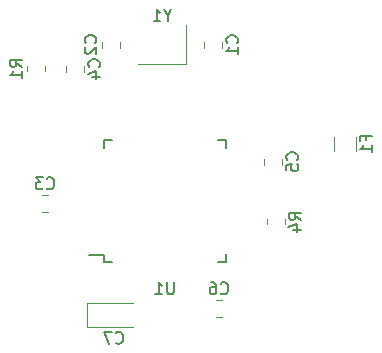
<source format=gbo>
%TF.GenerationSoftware,KiCad,Pcbnew,(5.1.9)-1*%
%TF.CreationDate,2021-04-28T07:42:15+10:00*%
%TF.ProjectId,Productivity Macro,50726f64-7563-4746-9976-697479204d61,rev?*%
%TF.SameCoordinates,Original*%
%TF.FileFunction,Legend,Bot*%
%TF.FilePolarity,Positive*%
%FSLAX46Y46*%
G04 Gerber Fmt 4.6, Leading zero omitted, Abs format (unit mm)*
G04 Created by KiCad (PCBNEW (5.1.9)-1) date 2021-04-28 07:42:15*
%MOMM*%
%LPD*%
G01*
G04 APERTURE LIST*
%ADD10C,0.120000*%
%ADD11C,0.150000*%
%ADD12O,1.700000X2.700000*%
%ADD13R,1.400000X1.200000*%
%ADD14R,0.550000X1.500000*%
%ADD15R,1.500000X0.550000*%
%ADD16R,2.000000X2.000000*%
%ADD17C,2.000000*%
%ADD18R,3.200000X2.000000*%
%ADD19C,1.750000*%
%ADD20C,2.250000*%
%ADD21C,3.987800*%
%ADD22R,0.900000X1.200000*%
G04 APERTURE END LIST*
D10*
%TO.C,Y1*%
X209772000Y-48896000D02*
X209772000Y-52196000D01*
X209772000Y-52196000D02*
X205772000Y-52196000D01*
D11*
%TO.C,U1*%
X202851000Y-68929000D02*
X202851000Y-68354000D01*
X213201000Y-68929000D02*
X213201000Y-68254000D01*
X213201000Y-58579000D02*
X213201000Y-59254000D01*
X202851000Y-58579000D02*
X202851000Y-59254000D01*
X202851000Y-68929000D02*
X203526000Y-68929000D01*
X202851000Y-58579000D02*
X203526000Y-58579000D01*
X213201000Y-58579000D02*
X212526000Y-58579000D01*
X213201000Y-68929000D02*
X212526000Y-68929000D01*
X202851000Y-68354000D02*
X201576000Y-68354000D01*
D10*
%TO.C,R4*%
X218159000Y-65759064D02*
X218159000Y-65304936D01*
X216689000Y-65759064D02*
X216689000Y-65304936D01*
%TO.C,R1*%
X196369000Y-52350936D02*
X196369000Y-52805064D01*
X197839000Y-52350936D02*
X197839000Y-52805064D01*
%TO.C,F1*%
X224176000Y-59530064D02*
X224176000Y-58325936D01*
X222356000Y-59530064D02*
X222356000Y-58325936D01*
%TO.C,C7*%
X201458000Y-74406000D02*
X201458000Y-72406000D01*
X201458000Y-72406000D02*
X205358000Y-72406000D01*
X201458000Y-74406000D02*
X205358000Y-74406000D01*
%TO.C,C6*%
X212859252Y-72163000D02*
X212336748Y-72163000D01*
X212859252Y-73633000D02*
X212336748Y-73633000D01*
%TO.C,C5*%
X217905000Y-60713252D02*
X217905000Y-60190748D01*
X216435000Y-60713252D02*
X216435000Y-60190748D01*
%TO.C,C4*%
X201141000Y-52839252D02*
X201141000Y-52316748D01*
X199671000Y-52839252D02*
X199671000Y-52316748D01*
%TO.C,C3*%
X198127252Y-63273000D02*
X197604748Y-63273000D01*
X198127252Y-64743000D02*
X197604748Y-64743000D01*
%TO.C,C2*%
X202719000Y-50284748D02*
X202719000Y-50807252D01*
X204189000Y-50284748D02*
X204189000Y-50807252D01*
%TO.C,C1*%
X212825000Y-50807252D02*
X212825000Y-50284748D01*
X211355000Y-50807252D02*
X211355000Y-50284748D01*
%TO.C,Y1*%
D11*
X208248190Y-48072190D02*
X208248190Y-48548380D01*
X208581523Y-47548380D02*
X208248190Y-48072190D01*
X207914857Y-47548380D01*
X207057714Y-48548380D02*
X207629142Y-48548380D01*
X207343428Y-48548380D02*
X207343428Y-47548380D01*
X207438666Y-47691238D01*
X207533904Y-47786476D01*
X207629142Y-47834095D01*
%TO.C,U1*%
X208787904Y-70656380D02*
X208787904Y-71465904D01*
X208740285Y-71561142D01*
X208692666Y-71608761D01*
X208597428Y-71656380D01*
X208406952Y-71656380D01*
X208311714Y-71608761D01*
X208264095Y-71561142D01*
X208216476Y-71465904D01*
X208216476Y-70656380D01*
X207216476Y-71656380D02*
X207787904Y-71656380D01*
X207502190Y-71656380D02*
X207502190Y-70656380D01*
X207597428Y-70799238D01*
X207692666Y-70894476D01*
X207787904Y-70942095D01*
%TO.C,R4*%
X219526380Y-65365333D02*
X219050190Y-65032000D01*
X219526380Y-64793904D02*
X218526380Y-64793904D01*
X218526380Y-65174857D01*
X218574000Y-65270095D01*
X218621619Y-65317714D01*
X218716857Y-65365333D01*
X218859714Y-65365333D01*
X218954952Y-65317714D01*
X219002571Y-65270095D01*
X219050190Y-65174857D01*
X219050190Y-64793904D01*
X218859714Y-66222476D02*
X219526380Y-66222476D01*
X218478761Y-65984380D02*
X219193047Y-65746285D01*
X219193047Y-66365333D01*
%TO.C,R1*%
X195906380Y-52411333D02*
X195430190Y-52078000D01*
X195906380Y-51839904D02*
X194906380Y-51839904D01*
X194906380Y-52220857D01*
X194954000Y-52316095D01*
X195001619Y-52363714D01*
X195096857Y-52411333D01*
X195239714Y-52411333D01*
X195334952Y-52363714D01*
X195382571Y-52316095D01*
X195430190Y-52220857D01*
X195430190Y-51839904D01*
X195906380Y-53363714D02*
X195906380Y-52792285D01*
X195906380Y-53078000D02*
X194906380Y-53078000D01*
X195049238Y-52982761D01*
X195144476Y-52887523D01*
X195192095Y-52792285D01*
%TO.C,F1*%
X225014571Y-58594666D02*
X225014571Y-58261333D01*
X225538380Y-58261333D02*
X224538380Y-58261333D01*
X224538380Y-58737523D01*
X225538380Y-59642285D02*
X225538380Y-59070857D01*
X225538380Y-59356571D02*
X224538380Y-59356571D01*
X224681238Y-59261333D01*
X224776476Y-59166095D01*
X224824095Y-59070857D01*
%TO.C,C7*%
X203874666Y-75763142D02*
X203922285Y-75810761D01*
X204065142Y-75858380D01*
X204160380Y-75858380D01*
X204303238Y-75810761D01*
X204398476Y-75715523D01*
X204446095Y-75620285D01*
X204493714Y-75429809D01*
X204493714Y-75286952D01*
X204446095Y-75096476D01*
X204398476Y-75001238D01*
X204303238Y-74906000D01*
X204160380Y-74858380D01*
X204065142Y-74858380D01*
X203922285Y-74906000D01*
X203874666Y-74953619D01*
X203541333Y-74858380D02*
X202874666Y-74858380D01*
X203303238Y-75858380D01*
%TO.C,C6*%
X212764666Y-71575142D02*
X212812285Y-71622761D01*
X212955142Y-71670380D01*
X213050380Y-71670380D01*
X213193238Y-71622761D01*
X213288476Y-71527523D01*
X213336095Y-71432285D01*
X213383714Y-71241809D01*
X213383714Y-71098952D01*
X213336095Y-70908476D01*
X213288476Y-70813238D01*
X213193238Y-70718000D01*
X213050380Y-70670380D01*
X212955142Y-70670380D01*
X212812285Y-70718000D01*
X212764666Y-70765619D01*
X211907523Y-70670380D02*
X212098000Y-70670380D01*
X212193238Y-70718000D01*
X212240857Y-70765619D01*
X212336095Y-70908476D01*
X212383714Y-71098952D01*
X212383714Y-71479904D01*
X212336095Y-71575142D01*
X212288476Y-71622761D01*
X212193238Y-71670380D01*
X212002761Y-71670380D01*
X211907523Y-71622761D01*
X211859904Y-71575142D01*
X211812285Y-71479904D01*
X211812285Y-71241809D01*
X211859904Y-71146571D01*
X211907523Y-71098952D01*
X212002761Y-71051333D01*
X212193238Y-71051333D01*
X212288476Y-71098952D01*
X212336095Y-71146571D01*
X212383714Y-71241809D01*
%TO.C,C5*%
X219207142Y-60285333D02*
X219254761Y-60237714D01*
X219302380Y-60094857D01*
X219302380Y-59999619D01*
X219254761Y-59856761D01*
X219159523Y-59761523D01*
X219064285Y-59713904D01*
X218873809Y-59666285D01*
X218730952Y-59666285D01*
X218540476Y-59713904D01*
X218445238Y-59761523D01*
X218350000Y-59856761D01*
X218302380Y-59999619D01*
X218302380Y-60094857D01*
X218350000Y-60237714D01*
X218397619Y-60285333D01*
X218302380Y-61190095D02*
X218302380Y-60713904D01*
X218778571Y-60666285D01*
X218730952Y-60713904D01*
X218683333Y-60809142D01*
X218683333Y-61047238D01*
X218730952Y-61142476D01*
X218778571Y-61190095D01*
X218873809Y-61237714D01*
X219111904Y-61237714D01*
X219207142Y-61190095D01*
X219254761Y-61142476D01*
X219302380Y-61047238D01*
X219302380Y-60809142D01*
X219254761Y-60713904D01*
X219207142Y-60666285D01*
%TO.C,C4*%
X202443142Y-52411333D02*
X202490761Y-52363714D01*
X202538380Y-52220857D01*
X202538380Y-52125619D01*
X202490761Y-51982761D01*
X202395523Y-51887523D01*
X202300285Y-51839904D01*
X202109809Y-51792285D01*
X201966952Y-51792285D01*
X201776476Y-51839904D01*
X201681238Y-51887523D01*
X201586000Y-51982761D01*
X201538380Y-52125619D01*
X201538380Y-52220857D01*
X201586000Y-52363714D01*
X201633619Y-52411333D01*
X201871714Y-53268476D02*
X202538380Y-53268476D01*
X201490761Y-53030380D02*
X202205047Y-52792285D01*
X202205047Y-53411333D01*
%TO.C,C3*%
X198032666Y-62685142D02*
X198080285Y-62732761D01*
X198223142Y-62780380D01*
X198318380Y-62780380D01*
X198461238Y-62732761D01*
X198556476Y-62637523D01*
X198604095Y-62542285D01*
X198651714Y-62351809D01*
X198651714Y-62208952D01*
X198604095Y-62018476D01*
X198556476Y-61923238D01*
X198461238Y-61828000D01*
X198318380Y-61780380D01*
X198223142Y-61780380D01*
X198080285Y-61828000D01*
X198032666Y-61875619D01*
X197699333Y-61780380D02*
X197080285Y-61780380D01*
X197413619Y-62161333D01*
X197270761Y-62161333D01*
X197175523Y-62208952D01*
X197127904Y-62256571D01*
X197080285Y-62351809D01*
X197080285Y-62589904D01*
X197127904Y-62685142D01*
X197175523Y-62732761D01*
X197270761Y-62780380D01*
X197556476Y-62780380D01*
X197651714Y-62732761D01*
X197699333Y-62685142D01*
%TO.C,C2*%
X202131142Y-50379333D02*
X202178761Y-50331714D01*
X202226380Y-50188857D01*
X202226380Y-50093619D01*
X202178761Y-49950761D01*
X202083523Y-49855523D01*
X201988285Y-49807904D01*
X201797809Y-49760285D01*
X201654952Y-49760285D01*
X201464476Y-49807904D01*
X201369238Y-49855523D01*
X201274000Y-49950761D01*
X201226380Y-50093619D01*
X201226380Y-50188857D01*
X201274000Y-50331714D01*
X201321619Y-50379333D01*
X201321619Y-50760285D02*
X201274000Y-50807904D01*
X201226380Y-50903142D01*
X201226380Y-51141238D01*
X201274000Y-51236476D01*
X201321619Y-51284095D01*
X201416857Y-51331714D01*
X201512095Y-51331714D01*
X201654952Y-51284095D01*
X202226380Y-50712666D01*
X202226380Y-51331714D01*
%TO.C,C1*%
X214127142Y-50379333D02*
X214174761Y-50331714D01*
X214222380Y-50188857D01*
X214222380Y-50093619D01*
X214174761Y-49950761D01*
X214079523Y-49855523D01*
X213984285Y-49807904D01*
X213793809Y-49760285D01*
X213650952Y-49760285D01*
X213460476Y-49807904D01*
X213365238Y-49855523D01*
X213270000Y-49950761D01*
X213222380Y-50093619D01*
X213222380Y-50188857D01*
X213270000Y-50331714D01*
X213317619Y-50379333D01*
X214222380Y-51331714D02*
X214222380Y-50760285D01*
X214222380Y-51046000D02*
X213222380Y-51046000D01*
X213365238Y-50950761D01*
X213460476Y-50855523D01*
X213508095Y-50760285D01*
%TD*%
%LPC*%
D12*
%TO.C,USB1*%
X228440000Y-47498000D03*
X221140000Y-47498000D03*
X221140000Y-51998000D03*
X228440000Y-51998000D03*
%TD*%
D13*
%TO.C,Y1*%
X208872000Y-49696000D03*
X206672000Y-49696000D03*
X206672000Y-51396000D03*
X208872000Y-51396000D03*
%TD*%
D14*
%TO.C,U1*%
X204026000Y-69454000D03*
X204826000Y-69454000D03*
X205626000Y-69454000D03*
X206426000Y-69454000D03*
X207226000Y-69454000D03*
X208026000Y-69454000D03*
X208826000Y-69454000D03*
X209626000Y-69454000D03*
X210426000Y-69454000D03*
X211226000Y-69454000D03*
X212026000Y-69454000D03*
D15*
X213726000Y-67754000D03*
X213726000Y-66954000D03*
X213726000Y-66154000D03*
X213726000Y-65354000D03*
X213726000Y-64554000D03*
X213726000Y-63754000D03*
X213726000Y-62954000D03*
X213726000Y-62154000D03*
X213726000Y-61354000D03*
X213726000Y-60554000D03*
X213726000Y-59754000D03*
D14*
X212026000Y-58054000D03*
X211226000Y-58054000D03*
X210426000Y-58054000D03*
X209626000Y-58054000D03*
X208826000Y-58054000D03*
X208026000Y-58054000D03*
X207226000Y-58054000D03*
X206426000Y-58054000D03*
X205626000Y-58054000D03*
X204826000Y-58054000D03*
X204026000Y-58054000D03*
D15*
X202326000Y-59754000D03*
X202326000Y-60554000D03*
X202326000Y-61354000D03*
X202326000Y-62154000D03*
X202326000Y-62954000D03*
X202326000Y-63754000D03*
X202326000Y-64554000D03*
X202326000Y-65354000D03*
X202326000Y-66154000D03*
X202326000Y-66954000D03*
X202326000Y-67754000D03*
%TD*%
D16*
%TO.C,SW3*%
X232664000Y-83312000D03*
D17*
X232664000Y-85812000D03*
X232664000Y-88312000D03*
D18*
X240164000Y-80212000D03*
X240164000Y-91412000D03*
D17*
X247164000Y-83312000D03*
X247164000Y-88312000D03*
%TD*%
D16*
%TO.C,SW2*%
X195834000Y-83312000D03*
D17*
X195834000Y-85812000D03*
X195834000Y-88312000D03*
D18*
X203334000Y-80212000D03*
X203334000Y-91412000D03*
D17*
X210334000Y-83312000D03*
X210334000Y-88312000D03*
%TD*%
%TO.C,R4*%
G36*
G01*
X217874001Y-65132000D02*
X216973999Y-65132000D01*
G75*
G02*
X216724000Y-64882001I0J249999D01*
G01*
X216724000Y-64356999D01*
G75*
G02*
X216973999Y-64107000I249999J0D01*
G01*
X217874001Y-64107000D01*
G75*
G02*
X218124000Y-64356999I0J-249999D01*
G01*
X218124000Y-64882001D01*
G75*
G02*
X217874001Y-65132000I-249999J0D01*
G01*
G37*
G36*
G01*
X217874001Y-66957000D02*
X216973999Y-66957000D01*
G75*
G02*
X216724000Y-66707001I0J249999D01*
G01*
X216724000Y-66181999D01*
G75*
G02*
X216973999Y-65932000I249999J0D01*
G01*
X217874001Y-65932000D01*
G75*
G02*
X218124000Y-66181999I0J-249999D01*
G01*
X218124000Y-66707001D01*
G75*
G02*
X217874001Y-66957000I-249999J0D01*
G01*
G37*
%TD*%
%TO.C,R1*%
G36*
G01*
X196653999Y-52978000D02*
X197554001Y-52978000D01*
G75*
G02*
X197804000Y-53227999I0J-249999D01*
G01*
X197804000Y-53753001D01*
G75*
G02*
X197554001Y-54003000I-249999J0D01*
G01*
X196653999Y-54003000D01*
G75*
G02*
X196404000Y-53753001I0J249999D01*
G01*
X196404000Y-53227999D01*
G75*
G02*
X196653999Y-52978000I249999J0D01*
G01*
G37*
G36*
G01*
X196653999Y-51153000D02*
X197554001Y-51153000D01*
G75*
G02*
X197804000Y-51402999I0J-249999D01*
G01*
X197804000Y-51928001D01*
G75*
G02*
X197554001Y-52178000I-249999J0D01*
G01*
X196653999Y-52178000D01*
G75*
G02*
X196404000Y-51928001I0J249999D01*
G01*
X196404000Y-51402999D01*
G75*
G02*
X196653999Y-51153000I249999J0D01*
G01*
G37*
%TD*%
D19*
%TO.C,MX7*%
X245618000Y-123952000D03*
X235458000Y-123952000D03*
D20*
X238038000Y-119952000D03*
D21*
X240538000Y-123952000D03*
G36*
G01*
X235976688Y-122249350D02*
X235976683Y-122249345D01*
G75*
G02*
X235890655Y-120660683I751317J837345D01*
G01*
X237200657Y-119200683D01*
G75*
G02*
X238789319Y-119114655I837345J-751317D01*
G01*
X238789319Y-119114655D01*
G75*
G02*
X238875347Y-120703317I-751317J-837345D01*
G01*
X237565345Y-122163317D01*
G75*
G02*
X235976683Y-122249345I-837345J751317D01*
G01*
G37*
D20*
X243078000Y-118872000D03*
G36*
G01*
X242961483Y-120574395D02*
X242960597Y-120574334D01*
G75*
G02*
X241915666Y-119374597I77403J1122334D01*
G01*
X241955666Y-118794597D01*
G75*
G02*
X243155403Y-117749666I1122334J-77403D01*
G01*
X243155403Y-117749666D01*
G75*
G02*
X244200334Y-118949403I-77403J-1122334D01*
G01*
X244160334Y-119529403D01*
G75*
G02*
X242960597Y-120574334I-1122334J77403D01*
G01*
G37*
%TD*%
D19*
%TO.C,MX6*%
X226568000Y-123952000D03*
X216408000Y-123952000D03*
D20*
X218988000Y-119952000D03*
D21*
X221488000Y-123952000D03*
G36*
G01*
X216926688Y-122249350D02*
X216926683Y-122249345D01*
G75*
G02*
X216840655Y-120660683I751317J837345D01*
G01*
X218150657Y-119200683D01*
G75*
G02*
X219739319Y-119114655I837345J-751317D01*
G01*
X219739319Y-119114655D01*
G75*
G02*
X219825347Y-120703317I-751317J-837345D01*
G01*
X218515345Y-122163317D01*
G75*
G02*
X216926683Y-122249345I-837345J751317D01*
G01*
G37*
D20*
X224028000Y-118872000D03*
G36*
G01*
X223911483Y-120574395D02*
X223910597Y-120574334D01*
G75*
G02*
X222865666Y-119374597I77403J1122334D01*
G01*
X222905666Y-118794597D01*
G75*
G02*
X224105403Y-117749666I1122334J-77403D01*
G01*
X224105403Y-117749666D01*
G75*
G02*
X225150334Y-118949403I-77403J-1122334D01*
G01*
X225110334Y-119529403D01*
G75*
G02*
X223910597Y-120574334I-1122334J77403D01*
G01*
G37*
%TD*%
D19*
%TO.C,MX5*%
X207518000Y-123952000D03*
X197358000Y-123952000D03*
D20*
X199938000Y-119952000D03*
D21*
X202438000Y-123952000D03*
G36*
G01*
X197876688Y-122249350D02*
X197876683Y-122249345D01*
G75*
G02*
X197790655Y-120660683I751317J837345D01*
G01*
X199100657Y-119200683D01*
G75*
G02*
X200689319Y-119114655I837345J-751317D01*
G01*
X200689319Y-119114655D01*
G75*
G02*
X200775347Y-120703317I-751317J-837345D01*
G01*
X199465345Y-122163317D01*
G75*
G02*
X197876683Y-122249345I-837345J751317D01*
G01*
G37*
D20*
X204978000Y-118872000D03*
G36*
G01*
X204861483Y-120574395D02*
X204860597Y-120574334D01*
G75*
G02*
X203815666Y-119374597I77403J1122334D01*
G01*
X203855666Y-118794597D01*
G75*
G02*
X205055403Y-117749666I1122334J-77403D01*
G01*
X205055403Y-117749666D01*
G75*
G02*
X206100334Y-118949403I-77403J-1122334D01*
G01*
X206060334Y-119529403D01*
G75*
G02*
X204860597Y-120574334I-1122334J77403D01*
G01*
G37*
%TD*%
D19*
%TO.C,MX4*%
X245618000Y-104902000D03*
X235458000Y-104902000D03*
D20*
X238038000Y-100902000D03*
D21*
X240538000Y-104902000D03*
G36*
G01*
X235976688Y-103199350D02*
X235976683Y-103199345D01*
G75*
G02*
X235890655Y-101610683I751317J837345D01*
G01*
X237200657Y-100150683D01*
G75*
G02*
X238789319Y-100064655I837345J-751317D01*
G01*
X238789319Y-100064655D01*
G75*
G02*
X238875347Y-101653317I-751317J-837345D01*
G01*
X237565345Y-103113317D01*
G75*
G02*
X235976683Y-103199345I-837345J751317D01*
G01*
G37*
D20*
X243078000Y-99822000D03*
G36*
G01*
X242961483Y-101524395D02*
X242960597Y-101524334D01*
G75*
G02*
X241915666Y-100324597I77403J1122334D01*
G01*
X241955666Y-99744597D01*
G75*
G02*
X243155403Y-98699666I1122334J-77403D01*
G01*
X243155403Y-98699666D01*
G75*
G02*
X244200334Y-99899403I-77403J-1122334D01*
G01*
X244160334Y-100479403D01*
G75*
G02*
X242960597Y-101524334I-1122334J77403D01*
G01*
G37*
%TD*%
D19*
%TO.C,MX3*%
X226568000Y-104902000D03*
X216408000Y-104902000D03*
D20*
X218988000Y-100902000D03*
D21*
X221488000Y-104902000D03*
G36*
G01*
X216926688Y-103199350D02*
X216926683Y-103199345D01*
G75*
G02*
X216840655Y-101610683I751317J837345D01*
G01*
X218150657Y-100150683D01*
G75*
G02*
X219739319Y-100064655I837345J-751317D01*
G01*
X219739319Y-100064655D01*
G75*
G02*
X219825347Y-101653317I-751317J-837345D01*
G01*
X218515345Y-103113317D01*
G75*
G02*
X216926683Y-103199345I-837345J751317D01*
G01*
G37*
D20*
X224028000Y-99822000D03*
G36*
G01*
X223911483Y-101524395D02*
X223910597Y-101524334D01*
G75*
G02*
X222865666Y-100324597I77403J1122334D01*
G01*
X222905666Y-99744597D01*
G75*
G02*
X224105403Y-98699666I1122334J-77403D01*
G01*
X224105403Y-98699666D01*
G75*
G02*
X225150334Y-99899403I-77403J-1122334D01*
G01*
X225110334Y-100479403D01*
G75*
G02*
X223910597Y-101524334I-1122334J77403D01*
G01*
G37*
%TD*%
D19*
%TO.C,MX2*%
X207518000Y-104902000D03*
X197358000Y-104902000D03*
D20*
X199938000Y-100902000D03*
D21*
X202438000Y-104902000D03*
G36*
G01*
X197876688Y-103199350D02*
X197876683Y-103199345D01*
G75*
G02*
X197790655Y-101610683I751317J837345D01*
G01*
X199100657Y-100150683D01*
G75*
G02*
X200689319Y-100064655I837345J-751317D01*
G01*
X200689319Y-100064655D01*
G75*
G02*
X200775347Y-101653317I-751317J-837345D01*
G01*
X199465345Y-103113317D01*
G75*
G02*
X197876683Y-103199345I-837345J751317D01*
G01*
G37*
D20*
X204978000Y-99822000D03*
G36*
G01*
X204861483Y-101524395D02*
X204860597Y-101524334D01*
G75*
G02*
X203815666Y-100324597I77403J1122334D01*
G01*
X203855666Y-99744597D01*
G75*
G02*
X205055403Y-98699666I1122334J-77403D01*
G01*
X205055403Y-98699666D01*
G75*
G02*
X206100334Y-99899403I-77403J-1122334D01*
G01*
X206060334Y-100479403D01*
G75*
G02*
X204860597Y-101524334I-1122334J77403D01*
G01*
G37*
%TD*%
D19*
%TO.C,MX1*%
X226568000Y-85852000D03*
X216408000Y-85852000D03*
D20*
X218988000Y-81852000D03*
D21*
X221488000Y-85852000D03*
G36*
G01*
X216926688Y-84149350D02*
X216926683Y-84149345D01*
G75*
G02*
X216840655Y-82560683I751317J837345D01*
G01*
X218150657Y-81100683D01*
G75*
G02*
X219739319Y-81014655I837345J-751317D01*
G01*
X219739319Y-81014655D01*
G75*
G02*
X219825347Y-82603317I-751317J-837345D01*
G01*
X218515345Y-84063317D01*
G75*
G02*
X216926683Y-84149345I-837345J751317D01*
G01*
G37*
D20*
X224028000Y-80772000D03*
G36*
G01*
X223911483Y-82474395D02*
X223910597Y-82474334D01*
G75*
G02*
X222865666Y-81274597I77403J1122334D01*
G01*
X222905666Y-80694597D01*
G75*
G02*
X224105403Y-79649666I1122334J-77403D01*
G01*
X224105403Y-79649666D01*
G75*
G02*
X225150334Y-80849403I-77403J-1122334D01*
G01*
X225110334Y-81429403D01*
G75*
G02*
X223910597Y-82474334I-1122334J77403D01*
G01*
G37*
%TD*%
%TO.C,F1*%
G36*
G01*
X223891000Y-58153000D02*
X222641000Y-58153000D01*
G75*
G02*
X222391000Y-57903000I0J250000D01*
G01*
X222391000Y-57153000D01*
G75*
G02*
X222641000Y-56903000I250000J0D01*
G01*
X223891000Y-56903000D01*
G75*
G02*
X224141000Y-57153000I0J-250000D01*
G01*
X224141000Y-57903000D01*
G75*
G02*
X223891000Y-58153000I-250000J0D01*
G01*
G37*
G36*
G01*
X223891000Y-60953000D02*
X222641000Y-60953000D01*
G75*
G02*
X222391000Y-60703000I0J250000D01*
G01*
X222391000Y-59953000D01*
G75*
G02*
X222641000Y-59703000I250000J0D01*
G01*
X223891000Y-59703000D01*
G75*
G02*
X224141000Y-59953000I0J-250000D01*
G01*
X224141000Y-60703000D01*
G75*
G02*
X223891000Y-60953000I-250000J0D01*
G01*
G37*
%TD*%
D22*
%TO.C,C7*%
X205358000Y-73406000D03*
X202058000Y-73406000D03*
%TD*%
%TO.C,C6*%
G36*
G01*
X212148000Y-72423000D02*
X212148000Y-73373000D01*
G75*
G02*
X211898000Y-73623000I-250000J0D01*
G01*
X211398000Y-73623000D01*
G75*
G02*
X211148000Y-73373000I0J250000D01*
G01*
X211148000Y-72423000D01*
G75*
G02*
X211398000Y-72173000I250000J0D01*
G01*
X211898000Y-72173000D01*
G75*
G02*
X212148000Y-72423000I0J-250000D01*
G01*
G37*
G36*
G01*
X214048000Y-72423000D02*
X214048000Y-73373000D01*
G75*
G02*
X213798000Y-73623000I-250000J0D01*
G01*
X213298000Y-73623000D01*
G75*
G02*
X213048000Y-73373000I0J250000D01*
G01*
X213048000Y-72423000D01*
G75*
G02*
X213298000Y-72173000I250000J0D01*
G01*
X213798000Y-72173000D01*
G75*
G02*
X214048000Y-72423000I0J-250000D01*
G01*
G37*
%TD*%
%TO.C,C5*%
G36*
G01*
X217645000Y-60002000D02*
X216695000Y-60002000D01*
G75*
G02*
X216445000Y-59752000I0J250000D01*
G01*
X216445000Y-59252000D01*
G75*
G02*
X216695000Y-59002000I250000J0D01*
G01*
X217645000Y-59002000D01*
G75*
G02*
X217895000Y-59252000I0J-250000D01*
G01*
X217895000Y-59752000D01*
G75*
G02*
X217645000Y-60002000I-250000J0D01*
G01*
G37*
G36*
G01*
X217645000Y-61902000D02*
X216695000Y-61902000D01*
G75*
G02*
X216445000Y-61652000I0J250000D01*
G01*
X216445000Y-61152000D01*
G75*
G02*
X216695000Y-60902000I250000J0D01*
G01*
X217645000Y-60902000D01*
G75*
G02*
X217895000Y-61152000I0J-250000D01*
G01*
X217895000Y-61652000D01*
G75*
G02*
X217645000Y-61902000I-250000J0D01*
G01*
G37*
%TD*%
%TO.C,C4*%
G36*
G01*
X200881000Y-52128000D02*
X199931000Y-52128000D01*
G75*
G02*
X199681000Y-51878000I0J250000D01*
G01*
X199681000Y-51378000D01*
G75*
G02*
X199931000Y-51128000I250000J0D01*
G01*
X200881000Y-51128000D01*
G75*
G02*
X201131000Y-51378000I0J-250000D01*
G01*
X201131000Y-51878000D01*
G75*
G02*
X200881000Y-52128000I-250000J0D01*
G01*
G37*
G36*
G01*
X200881000Y-54028000D02*
X199931000Y-54028000D01*
G75*
G02*
X199681000Y-53778000I0J250000D01*
G01*
X199681000Y-53278000D01*
G75*
G02*
X199931000Y-53028000I250000J0D01*
G01*
X200881000Y-53028000D01*
G75*
G02*
X201131000Y-53278000I0J-250000D01*
G01*
X201131000Y-53778000D01*
G75*
G02*
X200881000Y-54028000I-250000J0D01*
G01*
G37*
%TD*%
%TO.C,C3*%
G36*
G01*
X197416000Y-63533000D02*
X197416000Y-64483000D01*
G75*
G02*
X197166000Y-64733000I-250000J0D01*
G01*
X196666000Y-64733000D01*
G75*
G02*
X196416000Y-64483000I0J250000D01*
G01*
X196416000Y-63533000D01*
G75*
G02*
X196666000Y-63283000I250000J0D01*
G01*
X197166000Y-63283000D01*
G75*
G02*
X197416000Y-63533000I0J-250000D01*
G01*
G37*
G36*
G01*
X199316000Y-63533000D02*
X199316000Y-64483000D01*
G75*
G02*
X199066000Y-64733000I-250000J0D01*
G01*
X198566000Y-64733000D01*
G75*
G02*
X198316000Y-64483000I0J250000D01*
G01*
X198316000Y-63533000D01*
G75*
G02*
X198566000Y-63283000I250000J0D01*
G01*
X199066000Y-63283000D01*
G75*
G02*
X199316000Y-63533000I0J-250000D01*
G01*
G37*
%TD*%
%TO.C,C2*%
G36*
G01*
X202979000Y-50996000D02*
X203929000Y-50996000D01*
G75*
G02*
X204179000Y-51246000I0J-250000D01*
G01*
X204179000Y-51746000D01*
G75*
G02*
X203929000Y-51996000I-250000J0D01*
G01*
X202979000Y-51996000D01*
G75*
G02*
X202729000Y-51746000I0J250000D01*
G01*
X202729000Y-51246000D01*
G75*
G02*
X202979000Y-50996000I250000J0D01*
G01*
G37*
G36*
G01*
X202979000Y-49096000D02*
X203929000Y-49096000D01*
G75*
G02*
X204179000Y-49346000I0J-250000D01*
G01*
X204179000Y-49846000D01*
G75*
G02*
X203929000Y-50096000I-250000J0D01*
G01*
X202979000Y-50096000D01*
G75*
G02*
X202729000Y-49846000I0J250000D01*
G01*
X202729000Y-49346000D01*
G75*
G02*
X202979000Y-49096000I250000J0D01*
G01*
G37*
%TD*%
%TO.C,C1*%
G36*
G01*
X212565000Y-50096000D02*
X211615000Y-50096000D01*
G75*
G02*
X211365000Y-49846000I0J250000D01*
G01*
X211365000Y-49346000D01*
G75*
G02*
X211615000Y-49096000I250000J0D01*
G01*
X212565000Y-49096000D01*
G75*
G02*
X212815000Y-49346000I0J-250000D01*
G01*
X212815000Y-49846000D01*
G75*
G02*
X212565000Y-50096000I-250000J0D01*
G01*
G37*
G36*
G01*
X212565000Y-51996000D02*
X211615000Y-51996000D01*
G75*
G02*
X211365000Y-51746000I0J250000D01*
G01*
X211365000Y-51246000D01*
G75*
G02*
X211615000Y-50996000I250000J0D01*
G01*
X212565000Y-50996000D01*
G75*
G02*
X212815000Y-51246000I0J-250000D01*
G01*
X212815000Y-51746000D01*
G75*
G02*
X212565000Y-51996000I-250000J0D01*
G01*
G37*
%TD*%
M02*

</source>
